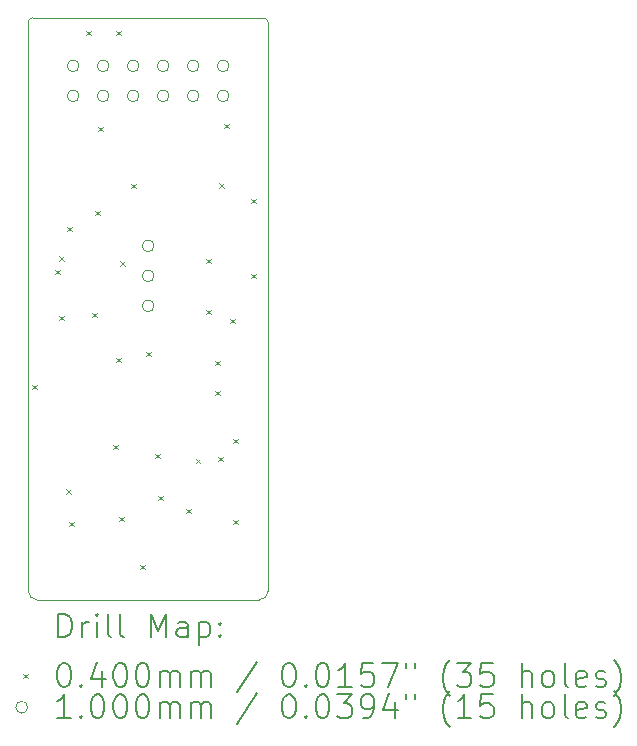
<source format=gbr>
%TF.GenerationSoftware,KiCad,Pcbnew,7.0.9-7.0.9~ubuntu20.04.1*%
%TF.CreationDate,2023-11-16T21:13:08+01:00*%
%TF.ProjectId,kicad-pmod_i2s2,6b696361-642d-4706-9d6f-645f69327332,1.0*%
%TF.SameCoordinates,Original*%
%TF.FileFunction,Drillmap*%
%TF.FilePolarity,Positive*%
%FSLAX45Y45*%
G04 Gerber Fmt 4.5, Leading zero omitted, Abs format (unit mm)*
G04 Created by KiCad (PCBNEW 7.0.9-7.0.9~ubuntu20.04.1) date 2023-11-16 21:13:08*
%MOMM*%
%LPD*%
G01*
G04 APERTURE LIST*
%ADD10C,0.100000*%
%ADD11C,0.200000*%
G04 APERTURE END LIST*
D10*
X13004800Y-8585200D02*
G75*
G03*
X13081000Y-8509000I0J76200D01*
G01*
X11049000Y-8509000D02*
G75*
G03*
X11125200Y-8585200I76200J0D01*
G01*
X11125200Y-8585200D02*
X13004800Y-8585200D01*
X11049000Y-3695700D02*
X11049000Y-8509000D01*
X13042900Y-3657600D02*
X11087100Y-3657600D01*
X13081000Y-8509000D02*
X13081000Y-3695700D01*
X11087100Y-3657600D02*
G75*
G03*
X11049000Y-3695700I0J-38100D01*
G01*
X13081000Y-3695700D02*
G75*
G03*
X13042900Y-3657600I-38100J0D01*
G01*
D11*
D10*
X11079800Y-6761800D02*
X11119800Y-6801800D01*
X11119800Y-6761800D02*
X11079800Y-6801800D01*
X11276660Y-5789680D02*
X11316660Y-5829680D01*
X11316660Y-5789680D02*
X11276660Y-5829680D01*
X11308400Y-6177600D02*
X11348400Y-6217600D01*
X11348400Y-6177600D02*
X11308400Y-6217600D01*
X11312160Y-5672020D02*
X11352160Y-5712020D01*
X11352160Y-5672020D02*
X11312160Y-5712020D01*
X11369530Y-7646390D02*
X11409530Y-7686390D01*
X11409530Y-7646390D02*
X11369530Y-7686390D01*
X11376230Y-5426140D02*
X11416230Y-5466140D01*
X11416230Y-5426140D02*
X11376230Y-5466140D01*
X11397170Y-7923800D02*
X11437170Y-7963800D01*
X11437170Y-7923800D02*
X11397170Y-7963800D01*
X11537000Y-3764600D02*
X11577000Y-3804600D01*
X11577000Y-3764600D02*
X11537000Y-3804600D01*
X11587800Y-6152200D02*
X11627800Y-6192200D01*
X11627800Y-6152200D02*
X11587800Y-6192200D01*
X11613200Y-5288600D02*
X11653200Y-5328600D01*
X11653200Y-5288600D02*
X11613200Y-5328600D01*
X11638600Y-4577400D02*
X11678600Y-4617400D01*
X11678600Y-4577400D02*
X11638600Y-4617400D01*
X11765600Y-7269800D02*
X11805600Y-7309800D01*
X11805600Y-7269800D02*
X11765600Y-7309800D01*
X11791000Y-3764600D02*
X11831000Y-3804600D01*
X11831000Y-3764600D02*
X11791000Y-3804600D01*
X11791000Y-6533200D02*
X11831000Y-6573200D01*
X11831000Y-6533200D02*
X11791000Y-6573200D01*
X11816400Y-7879400D02*
X11856400Y-7919400D01*
X11856400Y-7879400D02*
X11816400Y-7919400D01*
X11826020Y-5715870D02*
X11866020Y-5755870D01*
X11866020Y-5715870D02*
X11826020Y-5755870D01*
X11918000Y-5060000D02*
X11958000Y-5100000D01*
X11958000Y-5060000D02*
X11918000Y-5100000D01*
X11994200Y-8285800D02*
X12034200Y-8325800D01*
X12034200Y-8285800D02*
X11994200Y-8325800D01*
X12045000Y-6482400D02*
X12085000Y-6522400D01*
X12085000Y-6482400D02*
X12045000Y-6522400D01*
X12121200Y-7346000D02*
X12161200Y-7386000D01*
X12161200Y-7346000D02*
X12121200Y-7386000D01*
X12146600Y-7701600D02*
X12186600Y-7741600D01*
X12186600Y-7701600D02*
X12146600Y-7741600D01*
X12385530Y-7813400D02*
X12425530Y-7853400D01*
X12425530Y-7813400D02*
X12385530Y-7853400D01*
X12465900Y-7388890D02*
X12505900Y-7428890D01*
X12505900Y-7388890D02*
X12465900Y-7428890D01*
X12553000Y-5695000D02*
X12593000Y-5735000D01*
X12593000Y-5695000D02*
X12553000Y-5735000D01*
X12553000Y-6126800D02*
X12593000Y-6166800D01*
X12593000Y-6126800D02*
X12553000Y-6166800D01*
X12629200Y-6558600D02*
X12669200Y-6598600D01*
X12669200Y-6558600D02*
X12629200Y-6598600D01*
X12629200Y-6812600D02*
X12669200Y-6852600D01*
X12669200Y-6812600D02*
X12629200Y-6852600D01*
X12654600Y-7371400D02*
X12694600Y-7411400D01*
X12694600Y-7371400D02*
X12654600Y-7411400D01*
X12667630Y-5058500D02*
X12707630Y-5098500D01*
X12707630Y-5058500D02*
X12667630Y-5098500D01*
X12705400Y-4552000D02*
X12745400Y-4592000D01*
X12745400Y-4552000D02*
X12705400Y-4592000D01*
X12756200Y-6203000D02*
X12796200Y-6243000D01*
X12796200Y-6203000D02*
X12756200Y-6243000D01*
X12781600Y-7219000D02*
X12821600Y-7259000D01*
X12821600Y-7219000D02*
X12781600Y-7259000D01*
X12781600Y-7904800D02*
X12821600Y-7944800D01*
X12821600Y-7904800D02*
X12781600Y-7944800D01*
X12934000Y-5187000D02*
X12974000Y-5227000D01*
X12974000Y-5187000D02*
X12934000Y-5227000D01*
X12934000Y-5822000D02*
X12974000Y-5862000D01*
X12974000Y-5822000D02*
X12934000Y-5862000D01*
X11480000Y-4064000D02*
G75*
G03*
X11480000Y-4064000I-50000J0D01*
G01*
X11480000Y-4318000D02*
G75*
G03*
X11480000Y-4318000I-50000J0D01*
G01*
X11734000Y-4064000D02*
G75*
G03*
X11734000Y-4064000I-50000J0D01*
G01*
X11734000Y-4318000D02*
G75*
G03*
X11734000Y-4318000I-50000J0D01*
G01*
X11988000Y-4064000D02*
G75*
G03*
X11988000Y-4064000I-50000J0D01*
G01*
X11988000Y-4318000D02*
G75*
G03*
X11988000Y-4318000I-50000J0D01*
G01*
X12115000Y-5588000D02*
G75*
G03*
X12115000Y-5588000I-50000J0D01*
G01*
X12115000Y-5842000D02*
G75*
G03*
X12115000Y-5842000I-50000J0D01*
G01*
X12115000Y-6096000D02*
G75*
G03*
X12115000Y-6096000I-50000J0D01*
G01*
X12242000Y-4064000D02*
G75*
G03*
X12242000Y-4064000I-50000J0D01*
G01*
X12242000Y-4318000D02*
G75*
G03*
X12242000Y-4318000I-50000J0D01*
G01*
X12496000Y-4064000D02*
G75*
G03*
X12496000Y-4064000I-50000J0D01*
G01*
X12496000Y-4318000D02*
G75*
G03*
X12496000Y-4318000I-50000J0D01*
G01*
X12750000Y-4064000D02*
G75*
G03*
X12750000Y-4064000I-50000J0D01*
G01*
X12750000Y-4318000D02*
G75*
G03*
X12750000Y-4318000I-50000J0D01*
G01*
D11*
X11304777Y-8901684D02*
X11304777Y-8701684D01*
X11304777Y-8701684D02*
X11352396Y-8701684D01*
X11352396Y-8701684D02*
X11380967Y-8711208D01*
X11380967Y-8711208D02*
X11400015Y-8730255D01*
X11400015Y-8730255D02*
X11409539Y-8749303D01*
X11409539Y-8749303D02*
X11419062Y-8787398D01*
X11419062Y-8787398D02*
X11419062Y-8815970D01*
X11419062Y-8815970D02*
X11409539Y-8854065D01*
X11409539Y-8854065D02*
X11400015Y-8873112D01*
X11400015Y-8873112D02*
X11380967Y-8892160D01*
X11380967Y-8892160D02*
X11352396Y-8901684D01*
X11352396Y-8901684D02*
X11304777Y-8901684D01*
X11504777Y-8901684D02*
X11504777Y-8768350D01*
X11504777Y-8806446D02*
X11514301Y-8787398D01*
X11514301Y-8787398D02*
X11523824Y-8777874D01*
X11523824Y-8777874D02*
X11542872Y-8768350D01*
X11542872Y-8768350D02*
X11561920Y-8768350D01*
X11628586Y-8901684D02*
X11628586Y-8768350D01*
X11628586Y-8701684D02*
X11619062Y-8711208D01*
X11619062Y-8711208D02*
X11628586Y-8720731D01*
X11628586Y-8720731D02*
X11638110Y-8711208D01*
X11638110Y-8711208D02*
X11628586Y-8701684D01*
X11628586Y-8701684D02*
X11628586Y-8720731D01*
X11752396Y-8901684D02*
X11733348Y-8892160D01*
X11733348Y-8892160D02*
X11723824Y-8873112D01*
X11723824Y-8873112D02*
X11723824Y-8701684D01*
X11857158Y-8901684D02*
X11838110Y-8892160D01*
X11838110Y-8892160D02*
X11828586Y-8873112D01*
X11828586Y-8873112D02*
X11828586Y-8701684D01*
X12085729Y-8901684D02*
X12085729Y-8701684D01*
X12085729Y-8701684D02*
X12152396Y-8844541D01*
X12152396Y-8844541D02*
X12219062Y-8701684D01*
X12219062Y-8701684D02*
X12219062Y-8901684D01*
X12400015Y-8901684D02*
X12400015Y-8796922D01*
X12400015Y-8796922D02*
X12390491Y-8777874D01*
X12390491Y-8777874D02*
X12371443Y-8768350D01*
X12371443Y-8768350D02*
X12333348Y-8768350D01*
X12333348Y-8768350D02*
X12314301Y-8777874D01*
X12400015Y-8892160D02*
X12380967Y-8901684D01*
X12380967Y-8901684D02*
X12333348Y-8901684D01*
X12333348Y-8901684D02*
X12314301Y-8892160D01*
X12314301Y-8892160D02*
X12304777Y-8873112D01*
X12304777Y-8873112D02*
X12304777Y-8854065D01*
X12304777Y-8854065D02*
X12314301Y-8835017D01*
X12314301Y-8835017D02*
X12333348Y-8825493D01*
X12333348Y-8825493D02*
X12380967Y-8825493D01*
X12380967Y-8825493D02*
X12400015Y-8815970D01*
X12495253Y-8768350D02*
X12495253Y-8968350D01*
X12495253Y-8777874D02*
X12514301Y-8768350D01*
X12514301Y-8768350D02*
X12552396Y-8768350D01*
X12552396Y-8768350D02*
X12571443Y-8777874D01*
X12571443Y-8777874D02*
X12580967Y-8787398D01*
X12580967Y-8787398D02*
X12590491Y-8806446D01*
X12590491Y-8806446D02*
X12590491Y-8863589D01*
X12590491Y-8863589D02*
X12580967Y-8882636D01*
X12580967Y-8882636D02*
X12571443Y-8892160D01*
X12571443Y-8892160D02*
X12552396Y-8901684D01*
X12552396Y-8901684D02*
X12514301Y-8901684D01*
X12514301Y-8901684D02*
X12495253Y-8892160D01*
X12676205Y-8882636D02*
X12685729Y-8892160D01*
X12685729Y-8892160D02*
X12676205Y-8901684D01*
X12676205Y-8901684D02*
X12666682Y-8892160D01*
X12666682Y-8892160D02*
X12676205Y-8882636D01*
X12676205Y-8882636D02*
X12676205Y-8901684D01*
X12676205Y-8777874D02*
X12685729Y-8787398D01*
X12685729Y-8787398D02*
X12676205Y-8796922D01*
X12676205Y-8796922D02*
X12666682Y-8787398D01*
X12666682Y-8787398D02*
X12676205Y-8777874D01*
X12676205Y-8777874D02*
X12676205Y-8796922D01*
D10*
X11004000Y-9210200D02*
X11044000Y-9250200D01*
X11044000Y-9210200D02*
X11004000Y-9250200D01*
D11*
X11342872Y-9121684D02*
X11361920Y-9121684D01*
X11361920Y-9121684D02*
X11380967Y-9131208D01*
X11380967Y-9131208D02*
X11390491Y-9140731D01*
X11390491Y-9140731D02*
X11400015Y-9159779D01*
X11400015Y-9159779D02*
X11409539Y-9197874D01*
X11409539Y-9197874D02*
X11409539Y-9245493D01*
X11409539Y-9245493D02*
X11400015Y-9283589D01*
X11400015Y-9283589D02*
X11390491Y-9302636D01*
X11390491Y-9302636D02*
X11380967Y-9312160D01*
X11380967Y-9312160D02*
X11361920Y-9321684D01*
X11361920Y-9321684D02*
X11342872Y-9321684D01*
X11342872Y-9321684D02*
X11323824Y-9312160D01*
X11323824Y-9312160D02*
X11314301Y-9302636D01*
X11314301Y-9302636D02*
X11304777Y-9283589D01*
X11304777Y-9283589D02*
X11295253Y-9245493D01*
X11295253Y-9245493D02*
X11295253Y-9197874D01*
X11295253Y-9197874D02*
X11304777Y-9159779D01*
X11304777Y-9159779D02*
X11314301Y-9140731D01*
X11314301Y-9140731D02*
X11323824Y-9131208D01*
X11323824Y-9131208D02*
X11342872Y-9121684D01*
X11495253Y-9302636D02*
X11504777Y-9312160D01*
X11504777Y-9312160D02*
X11495253Y-9321684D01*
X11495253Y-9321684D02*
X11485729Y-9312160D01*
X11485729Y-9312160D02*
X11495253Y-9302636D01*
X11495253Y-9302636D02*
X11495253Y-9321684D01*
X11676205Y-9188350D02*
X11676205Y-9321684D01*
X11628586Y-9112160D02*
X11580967Y-9255017D01*
X11580967Y-9255017D02*
X11704777Y-9255017D01*
X11819062Y-9121684D02*
X11838110Y-9121684D01*
X11838110Y-9121684D02*
X11857158Y-9131208D01*
X11857158Y-9131208D02*
X11866682Y-9140731D01*
X11866682Y-9140731D02*
X11876205Y-9159779D01*
X11876205Y-9159779D02*
X11885729Y-9197874D01*
X11885729Y-9197874D02*
X11885729Y-9245493D01*
X11885729Y-9245493D02*
X11876205Y-9283589D01*
X11876205Y-9283589D02*
X11866682Y-9302636D01*
X11866682Y-9302636D02*
X11857158Y-9312160D01*
X11857158Y-9312160D02*
X11838110Y-9321684D01*
X11838110Y-9321684D02*
X11819062Y-9321684D01*
X11819062Y-9321684D02*
X11800015Y-9312160D01*
X11800015Y-9312160D02*
X11790491Y-9302636D01*
X11790491Y-9302636D02*
X11780967Y-9283589D01*
X11780967Y-9283589D02*
X11771443Y-9245493D01*
X11771443Y-9245493D02*
X11771443Y-9197874D01*
X11771443Y-9197874D02*
X11780967Y-9159779D01*
X11780967Y-9159779D02*
X11790491Y-9140731D01*
X11790491Y-9140731D02*
X11800015Y-9131208D01*
X11800015Y-9131208D02*
X11819062Y-9121684D01*
X12009539Y-9121684D02*
X12028586Y-9121684D01*
X12028586Y-9121684D02*
X12047634Y-9131208D01*
X12047634Y-9131208D02*
X12057158Y-9140731D01*
X12057158Y-9140731D02*
X12066682Y-9159779D01*
X12066682Y-9159779D02*
X12076205Y-9197874D01*
X12076205Y-9197874D02*
X12076205Y-9245493D01*
X12076205Y-9245493D02*
X12066682Y-9283589D01*
X12066682Y-9283589D02*
X12057158Y-9302636D01*
X12057158Y-9302636D02*
X12047634Y-9312160D01*
X12047634Y-9312160D02*
X12028586Y-9321684D01*
X12028586Y-9321684D02*
X12009539Y-9321684D01*
X12009539Y-9321684D02*
X11990491Y-9312160D01*
X11990491Y-9312160D02*
X11980967Y-9302636D01*
X11980967Y-9302636D02*
X11971443Y-9283589D01*
X11971443Y-9283589D02*
X11961920Y-9245493D01*
X11961920Y-9245493D02*
X11961920Y-9197874D01*
X11961920Y-9197874D02*
X11971443Y-9159779D01*
X11971443Y-9159779D02*
X11980967Y-9140731D01*
X11980967Y-9140731D02*
X11990491Y-9131208D01*
X11990491Y-9131208D02*
X12009539Y-9121684D01*
X12161920Y-9321684D02*
X12161920Y-9188350D01*
X12161920Y-9207398D02*
X12171443Y-9197874D01*
X12171443Y-9197874D02*
X12190491Y-9188350D01*
X12190491Y-9188350D02*
X12219063Y-9188350D01*
X12219063Y-9188350D02*
X12238110Y-9197874D01*
X12238110Y-9197874D02*
X12247634Y-9216922D01*
X12247634Y-9216922D02*
X12247634Y-9321684D01*
X12247634Y-9216922D02*
X12257158Y-9197874D01*
X12257158Y-9197874D02*
X12276205Y-9188350D01*
X12276205Y-9188350D02*
X12304777Y-9188350D01*
X12304777Y-9188350D02*
X12323824Y-9197874D01*
X12323824Y-9197874D02*
X12333348Y-9216922D01*
X12333348Y-9216922D02*
X12333348Y-9321684D01*
X12428586Y-9321684D02*
X12428586Y-9188350D01*
X12428586Y-9207398D02*
X12438110Y-9197874D01*
X12438110Y-9197874D02*
X12457158Y-9188350D01*
X12457158Y-9188350D02*
X12485729Y-9188350D01*
X12485729Y-9188350D02*
X12504777Y-9197874D01*
X12504777Y-9197874D02*
X12514301Y-9216922D01*
X12514301Y-9216922D02*
X12514301Y-9321684D01*
X12514301Y-9216922D02*
X12523824Y-9197874D01*
X12523824Y-9197874D02*
X12542872Y-9188350D01*
X12542872Y-9188350D02*
X12571443Y-9188350D01*
X12571443Y-9188350D02*
X12590491Y-9197874D01*
X12590491Y-9197874D02*
X12600015Y-9216922D01*
X12600015Y-9216922D02*
X12600015Y-9321684D01*
X12990491Y-9112160D02*
X12819063Y-9369303D01*
X13247634Y-9121684D02*
X13266682Y-9121684D01*
X13266682Y-9121684D02*
X13285729Y-9131208D01*
X13285729Y-9131208D02*
X13295253Y-9140731D01*
X13295253Y-9140731D02*
X13304777Y-9159779D01*
X13304777Y-9159779D02*
X13314301Y-9197874D01*
X13314301Y-9197874D02*
X13314301Y-9245493D01*
X13314301Y-9245493D02*
X13304777Y-9283589D01*
X13304777Y-9283589D02*
X13295253Y-9302636D01*
X13295253Y-9302636D02*
X13285729Y-9312160D01*
X13285729Y-9312160D02*
X13266682Y-9321684D01*
X13266682Y-9321684D02*
X13247634Y-9321684D01*
X13247634Y-9321684D02*
X13228586Y-9312160D01*
X13228586Y-9312160D02*
X13219063Y-9302636D01*
X13219063Y-9302636D02*
X13209539Y-9283589D01*
X13209539Y-9283589D02*
X13200015Y-9245493D01*
X13200015Y-9245493D02*
X13200015Y-9197874D01*
X13200015Y-9197874D02*
X13209539Y-9159779D01*
X13209539Y-9159779D02*
X13219063Y-9140731D01*
X13219063Y-9140731D02*
X13228586Y-9131208D01*
X13228586Y-9131208D02*
X13247634Y-9121684D01*
X13400015Y-9302636D02*
X13409539Y-9312160D01*
X13409539Y-9312160D02*
X13400015Y-9321684D01*
X13400015Y-9321684D02*
X13390491Y-9312160D01*
X13390491Y-9312160D02*
X13400015Y-9302636D01*
X13400015Y-9302636D02*
X13400015Y-9321684D01*
X13533348Y-9121684D02*
X13552396Y-9121684D01*
X13552396Y-9121684D02*
X13571444Y-9131208D01*
X13571444Y-9131208D02*
X13580967Y-9140731D01*
X13580967Y-9140731D02*
X13590491Y-9159779D01*
X13590491Y-9159779D02*
X13600015Y-9197874D01*
X13600015Y-9197874D02*
X13600015Y-9245493D01*
X13600015Y-9245493D02*
X13590491Y-9283589D01*
X13590491Y-9283589D02*
X13580967Y-9302636D01*
X13580967Y-9302636D02*
X13571444Y-9312160D01*
X13571444Y-9312160D02*
X13552396Y-9321684D01*
X13552396Y-9321684D02*
X13533348Y-9321684D01*
X13533348Y-9321684D02*
X13514301Y-9312160D01*
X13514301Y-9312160D02*
X13504777Y-9302636D01*
X13504777Y-9302636D02*
X13495253Y-9283589D01*
X13495253Y-9283589D02*
X13485729Y-9245493D01*
X13485729Y-9245493D02*
X13485729Y-9197874D01*
X13485729Y-9197874D02*
X13495253Y-9159779D01*
X13495253Y-9159779D02*
X13504777Y-9140731D01*
X13504777Y-9140731D02*
X13514301Y-9131208D01*
X13514301Y-9131208D02*
X13533348Y-9121684D01*
X13790491Y-9321684D02*
X13676206Y-9321684D01*
X13733348Y-9321684D02*
X13733348Y-9121684D01*
X13733348Y-9121684D02*
X13714301Y-9150255D01*
X13714301Y-9150255D02*
X13695253Y-9169303D01*
X13695253Y-9169303D02*
X13676206Y-9178827D01*
X13971444Y-9121684D02*
X13876206Y-9121684D01*
X13876206Y-9121684D02*
X13866682Y-9216922D01*
X13866682Y-9216922D02*
X13876206Y-9207398D01*
X13876206Y-9207398D02*
X13895253Y-9197874D01*
X13895253Y-9197874D02*
X13942872Y-9197874D01*
X13942872Y-9197874D02*
X13961920Y-9207398D01*
X13961920Y-9207398D02*
X13971444Y-9216922D01*
X13971444Y-9216922D02*
X13980967Y-9235970D01*
X13980967Y-9235970D02*
X13980967Y-9283589D01*
X13980967Y-9283589D02*
X13971444Y-9302636D01*
X13971444Y-9302636D02*
X13961920Y-9312160D01*
X13961920Y-9312160D02*
X13942872Y-9321684D01*
X13942872Y-9321684D02*
X13895253Y-9321684D01*
X13895253Y-9321684D02*
X13876206Y-9312160D01*
X13876206Y-9312160D02*
X13866682Y-9302636D01*
X14047634Y-9121684D02*
X14180967Y-9121684D01*
X14180967Y-9121684D02*
X14095253Y-9321684D01*
X14247634Y-9121684D02*
X14247634Y-9159779D01*
X14323825Y-9121684D02*
X14323825Y-9159779D01*
X14619063Y-9397874D02*
X14609539Y-9388350D01*
X14609539Y-9388350D02*
X14590491Y-9359779D01*
X14590491Y-9359779D02*
X14580968Y-9340731D01*
X14580968Y-9340731D02*
X14571444Y-9312160D01*
X14571444Y-9312160D02*
X14561920Y-9264541D01*
X14561920Y-9264541D02*
X14561920Y-9226446D01*
X14561920Y-9226446D02*
X14571444Y-9178827D01*
X14571444Y-9178827D02*
X14580968Y-9150255D01*
X14580968Y-9150255D02*
X14590491Y-9131208D01*
X14590491Y-9131208D02*
X14609539Y-9102636D01*
X14609539Y-9102636D02*
X14619063Y-9093112D01*
X14676206Y-9121684D02*
X14800015Y-9121684D01*
X14800015Y-9121684D02*
X14733348Y-9197874D01*
X14733348Y-9197874D02*
X14761920Y-9197874D01*
X14761920Y-9197874D02*
X14780968Y-9207398D01*
X14780968Y-9207398D02*
X14790491Y-9216922D01*
X14790491Y-9216922D02*
X14800015Y-9235970D01*
X14800015Y-9235970D02*
X14800015Y-9283589D01*
X14800015Y-9283589D02*
X14790491Y-9302636D01*
X14790491Y-9302636D02*
X14780968Y-9312160D01*
X14780968Y-9312160D02*
X14761920Y-9321684D01*
X14761920Y-9321684D02*
X14704777Y-9321684D01*
X14704777Y-9321684D02*
X14685729Y-9312160D01*
X14685729Y-9312160D02*
X14676206Y-9302636D01*
X14980968Y-9121684D02*
X14885729Y-9121684D01*
X14885729Y-9121684D02*
X14876206Y-9216922D01*
X14876206Y-9216922D02*
X14885729Y-9207398D01*
X14885729Y-9207398D02*
X14904777Y-9197874D01*
X14904777Y-9197874D02*
X14952396Y-9197874D01*
X14952396Y-9197874D02*
X14971444Y-9207398D01*
X14971444Y-9207398D02*
X14980968Y-9216922D01*
X14980968Y-9216922D02*
X14990491Y-9235970D01*
X14990491Y-9235970D02*
X14990491Y-9283589D01*
X14990491Y-9283589D02*
X14980968Y-9302636D01*
X14980968Y-9302636D02*
X14971444Y-9312160D01*
X14971444Y-9312160D02*
X14952396Y-9321684D01*
X14952396Y-9321684D02*
X14904777Y-9321684D01*
X14904777Y-9321684D02*
X14885729Y-9312160D01*
X14885729Y-9312160D02*
X14876206Y-9302636D01*
X15228587Y-9321684D02*
X15228587Y-9121684D01*
X15314301Y-9321684D02*
X15314301Y-9216922D01*
X15314301Y-9216922D02*
X15304777Y-9197874D01*
X15304777Y-9197874D02*
X15285730Y-9188350D01*
X15285730Y-9188350D02*
X15257158Y-9188350D01*
X15257158Y-9188350D02*
X15238110Y-9197874D01*
X15238110Y-9197874D02*
X15228587Y-9207398D01*
X15438110Y-9321684D02*
X15419063Y-9312160D01*
X15419063Y-9312160D02*
X15409539Y-9302636D01*
X15409539Y-9302636D02*
X15400015Y-9283589D01*
X15400015Y-9283589D02*
X15400015Y-9226446D01*
X15400015Y-9226446D02*
X15409539Y-9207398D01*
X15409539Y-9207398D02*
X15419063Y-9197874D01*
X15419063Y-9197874D02*
X15438110Y-9188350D01*
X15438110Y-9188350D02*
X15466682Y-9188350D01*
X15466682Y-9188350D02*
X15485730Y-9197874D01*
X15485730Y-9197874D02*
X15495253Y-9207398D01*
X15495253Y-9207398D02*
X15504777Y-9226446D01*
X15504777Y-9226446D02*
X15504777Y-9283589D01*
X15504777Y-9283589D02*
X15495253Y-9302636D01*
X15495253Y-9302636D02*
X15485730Y-9312160D01*
X15485730Y-9312160D02*
X15466682Y-9321684D01*
X15466682Y-9321684D02*
X15438110Y-9321684D01*
X15619063Y-9321684D02*
X15600015Y-9312160D01*
X15600015Y-9312160D02*
X15590491Y-9293112D01*
X15590491Y-9293112D02*
X15590491Y-9121684D01*
X15771444Y-9312160D02*
X15752396Y-9321684D01*
X15752396Y-9321684D02*
X15714301Y-9321684D01*
X15714301Y-9321684D02*
X15695253Y-9312160D01*
X15695253Y-9312160D02*
X15685730Y-9293112D01*
X15685730Y-9293112D02*
X15685730Y-9216922D01*
X15685730Y-9216922D02*
X15695253Y-9197874D01*
X15695253Y-9197874D02*
X15714301Y-9188350D01*
X15714301Y-9188350D02*
X15752396Y-9188350D01*
X15752396Y-9188350D02*
X15771444Y-9197874D01*
X15771444Y-9197874D02*
X15780968Y-9216922D01*
X15780968Y-9216922D02*
X15780968Y-9235970D01*
X15780968Y-9235970D02*
X15685730Y-9255017D01*
X15857158Y-9312160D02*
X15876206Y-9321684D01*
X15876206Y-9321684D02*
X15914301Y-9321684D01*
X15914301Y-9321684D02*
X15933349Y-9312160D01*
X15933349Y-9312160D02*
X15942872Y-9293112D01*
X15942872Y-9293112D02*
X15942872Y-9283589D01*
X15942872Y-9283589D02*
X15933349Y-9264541D01*
X15933349Y-9264541D02*
X15914301Y-9255017D01*
X15914301Y-9255017D02*
X15885730Y-9255017D01*
X15885730Y-9255017D02*
X15866682Y-9245493D01*
X15866682Y-9245493D02*
X15857158Y-9226446D01*
X15857158Y-9226446D02*
X15857158Y-9216922D01*
X15857158Y-9216922D02*
X15866682Y-9197874D01*
X15866682Y-9197874D02*
X15885730Y-9188350D01*
X15885730Y-9188350D02*
X15914301Y-9188350D01*
X15914301Y-9188350D02*
X15933349Y-9197874D01*
X16009539Y-9397874D02*
X16019063Y-9388350D01*
X16019063Y-9388350D02*
X16038111Y-9359779D01*
X16038111Y-9359779D02*
X16047634Y-9340731D01*
X16047634Y-9340731D02*
X16057158Y-9312160D01*
X16057158Y-9312160D02*
X16066682Y-9264541D01*
X16066682Y-9264541D02*
X16066682Y-9226446D01*
X16066682Y-9226446D02*
X16057158Y-9178827D01*
X16057158Y-9178827D02*
X16047634Y-9150255D01*
X16047634Y-9150255D02*
X16038111Y-9131208D01*
X16038111Y-9131208D02*
X16019063Y-9102636D01*
X16019063Y-9102636D02*
X16009539Y-9093112D01*
D10*
X11044000Y-9494200D02*
G75*
G03*
X11044000Y-9494200I-50000J0D01*
G01*
D11*
X11409539Y-9585684D02*
X11295253Y-9585684D01*
X11352396Y-9585684D02*
X11352396Y-9385684D01*
X11352396Y-9385684D02*
X11333348Y-9414255D01*
X11333348Y-9414255D02*
X11314301Y-9433303D01*
X11314301Y-9433303D02*
X11295253Y-9442827D01*
X11495253Y-9566636D02*
X11504777Y-9576160D01*
X11504777Y-9576160D02*
X11495253Y-9585684D01*
X11495253Y-9585684D02*
X11485729Y-9576160D01*
X11485729Y-9576160D02*
X11495253Y-9566636D01*
X11495253Y-9566636D02*
X11495253Y-9585684D01*
X11628586Y-9385684D02*
X11647634Y-9385684D01*
X11647634Y-9385684D02*
X11666682Y-9395208D01*
X11666682Y-9395208D02*
X11676205Y-9404731D01*
X11676205Y-9404731D02*
X11685729Y-9423779D01*
X11685729Y-9423779D02*
X11695253Y-9461874D01*
X11695253Y-9461874D02*
X11695253Y-9509493D01*
X11695253Y-9509493D02*
X11685729Y-9547589D01*
X11685729Y-9547589D02*
X11676205Y-9566636D01*
X11676205Y-9566636D02*
X11666682Y-9576160D01*
X11666682Y-9576160D02*
X11647634Y-9585684D01*
X11647634Y-9585684D02*
X11628586Y-9585684D01*
X11628586Y-9585684D02*
X11609539Y-9576160D01*
X11609539Y-9576160D02*
X11600015Y-9566636D01*
X11600015Y-9566636D02*
X11590491Y-9547589D01*
X11590491Y-9547589D02*
X11580967Y-9509493D01*
X11580967Y-9509493D02*
X11580967Y-9461874D01*
X11580967Y-9461874D02*
X11590491Y-9423779D01*
X11590491Y-9423779D02*
X11600015Y-9404731D01*
X11600015Y-9404731D02*
X11609539Y-9395208D01*
X11609539Y-9395208D02*
X11628586Y-9385684D01*
X11819062Y-9385684D02*
X11838110Y-9385684D01*
X11838110Y-9385684D02*
X11857158Y-9395208D01*
X11857158Y-9395208D02*
X11866682Y-9404731D01*
X11866682Y-9404731D02*
X11876205Y-9423779D01*
X11876205Y-9423779D02*
X11885729Y-9461874D01*
X11885729Y-9461874D02*
X11885729Y-9509493D01*
X11885729Y-9509493D02*
X11876205Y-9547589D01*
X11876205Y-9547589D02*
X11866682Y-9566636D01*
X11866682Y-9566636D02*
X11857158Y-9576160D01*
X11857158Y-9576160D02*
X11838110Y-9585684D01*
X11838110Y-9585684D02*
X11819062Y-9585684D01*
X11819062Y-9585684D02*
X11800015Y-9576160D01*
X11800015Y-9576160D02*
X11790491Y-9566636D01*
X11790491Y-9566636D02*
X11780967Y-9547589D01*
X11780967Y-9547589D02*
X11771443Y-9509493D01*
X11771443Y-9509493D02*
X11771443Y-9461874D01*
X11771443Y-9461874D02*
X11780967Y-9423779D01*
X11780967Y-9423779D02*
X11790491Y-9404731D01*
X11790491Y-9404731D02*
X11800015Y-9395208D01*
X11800015Y-9395208D02*
X11819062Y-9385684D01*
X12009539Y-9385684D02*
X12028586Y-9385684D01*
X12028586Y-9385684D02*
X12047634Y-9395208D01*
X12047634Y-9395208D02*
X12057158Y-9404731D01*
X12057158Y-9404731D02*
X12066682Y-9423779D01*
X12066682Y-9423779D02*
X12076205Y-9461874D01*
X12076205Y-9461874D02*
X12076205Y-9509493D01*
X12076205Y-9509493D02*
X12066682Y-9547589D01*
X12066682Y-9547589D02*
X12057158Y-9566636D01*
X12057158Y-9566636D02*
X12047634Y-9576160D01*
X12047634Y-9576160D02*
X12028586Y-9585684D01*
X12028586Y-9585684D02*
X12009539Y-9585684D01*
X12009539Y-9585684D02*
X11990491Y-9576160D01*
X11990491Y-9576160D02*
X11980967Y-9566636D01*
X11980967Y-9566636D02*
X11971443Y-9547589D01*
X11971443Y-9547589D02*
X11961920Y-9509493D01*
X11961920Y-9509493D02*
X11961920Y-9461874D01*
X11961920Y-9461874D02*
X11971443Y-9423779D01*
X11971443Y-9423779D02*
X11980967Y-9404731D01*
X11980967Y-9404731D02*
X11990491Y-9395208D01*
X11990491Y-9395208D02*
X12009539Y-9385684D01*
X12161920Y-9585684D02*
X12161920Y-9452350D01*
X12161920Y-9471398D02*
X12171443Y-9461874D01*
X12171443Y-9461874D02*
X12190491Y-9452350D01*
X12190491Y-9452350D02*
X12219063Y-9452350D01*
X12219063Y-9452350D02*
X12238110Y-9461874D01*
X12238110Y-9461874D02*
X12247634Y-9480922D01*
X12247634Y-9480922D02*
X12247634Y-9585684D01*
X12247634Y-9480922D02*
X12257158Y-9461874D01*
X12257158Y-9461874D02*
X12276205Y-9452350D01*
X12276205Y-9452350D02*
X12304777Y-9452350D01*
X12304777Y-9452350D02*
X12323824Y-9461874D01*
X12323824Y-9461874D02*
X12333348Y-9480922D01*
X12333348Y-9480922D02*
X12333348Y-9585684D01*
X12428586Y-9585684D02*
X12428586Y-9452350D01*
X12428586Y-9471398D02*
X12438110Y-9461874D01*
X12438110Y-9461874D02*
X12457158Y-9452350D01*
X12457158Y-9452350D02*
X12485729Y-9452350D01*
X12485729Y-9452350D02*
X12504777Y-9461874D01*
X12504777Y-9461874D02*
X12514301Y-9480922D01*
X12514301Y-9480922D02*
X12514301Y-9585684D01*
X12514301Y-9480922D02*
X12523824Y-9461874D01*
X12523824Y-9461874D02*
X12542872Y-9452350D01*
X12542872Y-9452350D02*
X12571443Y-9452350D01*
X12571443Y-9452350D02*
X12590491Y-9461874D01*
X12590491Y-9461874D02*
X12600015Y-9480922D01*
X12600015Y-9480922D02*
X12600015Y-9585684D01*
X12990491Y-9376160D02*
X12819063Y-9633303D01*
X13247634Y-9385684D02*
X13266682Y-9385684D01*
X13266682Y-9385684D02*
X13285729Y-9395208D01*
X13285729Y-9395208D02*
X13295253Y-9404731D01*
X13295253Y-9404731D02*
X13304777Y-9423779D01*
X13304777Y-9423779D02*
X13314301Y-9461874D01*
X13314301Y-9461874D02*
X13314301Y-9509493D01*
X13314301Y-9509493D02*
X13304777Y-9547589D01*
X13304777Y-9547589D02*
X13295253Y-9566636D01*
X13295253Y-9566636D02*
X13285729Y-9576160D01*
X13285729Y-9576160D02*
X13266682Y-9585684D01*
X13266682Y-9585684D02*
X13247634Y-9585684D01*
X13247634Y-9585684D02*
X13228586Y-9576160D01*
X13228586Y-9576160D02*
X13219063Y-9566636D01*
X13219063Y-9566636D02*
X13209539Y-9547589D01*
X13209539Y-9547589D02*
X13200015Y-9509493D01*
X13200015Y-9509493D02*
X13200015Y-9461874D01*
X13200015Y-9461874D02*
X13209539Y-9423779D01*
X13209539Y-9423779D02*
X13219063Y-9404731D01*
X13219063Y-9404731D02*
X13228586Y-9395208D01*
X13228586Y-9395208D02*
X13247634Y-9385684D01*
X13400015Y-9566636D02*
X13409539Y-9576160D01*
X13409539Y-9576160D02*
X13400015Y-9585684D01*
X13400015Y-9585684D02*
X13390491Y-9576160D01*
X13390491Y-9576160D02*
X13400015Y-9566636D01*
X13400015Y-9566636D02*
X13400015Y-9585684D01*
X13533348Y-9385684D02*
X13552396Y-9385684D01*
X13552396Y-9385684D02*
X13571444Y-9395208D01*
X13571444Y-9395208D02*
X13580967Y-9404731D01*
X13580967Y-9404731D02*
X13590491Y-9423779D01*
X13590491Y-9423779D02*
X13600015Y-9461874D01*
X13600015Y-9461874D02*
X13600015Y-9509493D01*
X13600015Y-9509493D02*
X13590491Y-9547589D01*
X13590491Y-9547589D02*
X13580967Y-9566636D01*
X13580967Y-9566636D02*
X13571444Y-9576160D01*
X13571444Y-9576160D02*
X13552396Y-9585684D01*
X13552396Y-9585684D02*
X13533348Y-9585684D01*
X13533348Y-9585684D02*
X13514301Y-9576160D01*
X13514301Y-9576160D02*
X13504777Y-9566636D01*
X13504777Y-9566636D02*
X13495253Y-9547589D01*
X13495253Y-9547589D02*
X13485729Y-9509493D01*
X13485729Y-9509493D02*
X13485729Y-9461874D01*
X13485729Y-9461874D02*
X13495253Y-9423779D01*
X13495253Y-9423779D02*
X13504777Y-9404731D01*
X13504777Y-9404731D02*
X13514301Y-9395208D01*
X13514301Y-9395208D02*
X13533348Y-9385684D01*
X13666682Y-9385684D02*
X13790491Y-9385684D01*
X13790491Y-9385684D02*
X13723825Y-9461874D01*
X13723825Y-9461874D02*
X13752396Y-9461874D01*
X13752396Y-9461874D02*
X13771444Y-9471398D01*
X13771444Y-9471398D02*
X13780967Y-9480922D01*
X13780967Y-9480922D02*
X13790491Y-9499970D01*
X13790491Y-9499970D02*
X13790491Y-9547589D01*
X13790491Y-9547589D02*
X13780967Y-9566636D01*
X13780967Y-9566636D02*
X13771444Y-9576160D01*
X13771444Y-9576160D02*
X13752396Y-9585684D01*
X13752396Y-9585684D02*
X13695253Y-9585684D01*
X13695253Y-9585684D02*
X13676206Y-9576160D01*
X13676206Y-9576160D02*
X13666682Y-9566636D01*
X13885729Y-9585684D02*
X13923825Y-9585684D01*
X13923825Y-9585684D02*
X13942872Y-9576160D01*
X13942872Y-9576160D02*
X13952396Y-9566636D01*
X13952396Y-9566636D02*
X13971444Y-9538065D01*
X13971444Y-9538065D02*
X13980967Y-9499970D01*
X13980967Y-9499970D02*
X13980967Y-9423779D01*
X13980967Y-9423779D02*
X13971444Y-9404731D01*
X13971444Y-9404731D02*
X13961920Y-9395208D01*
X13961920Y-9395208D02*
X13942872Y-9385684D01*
X13942872Y-9385684D02*
X13904777Y-9385684D01*
X13904777Y-9385684D02*
X13885729Y-9395208D01*
X13885729Y-9395208D02*
X13876206Y-9404731D01*
X13876206Y-9404731D02*
X13866682Y-9423779D01*
X13866682Y-9423779D02*
X13866682Y-9471398D01*
X13866682Y-9471398D02*
X13876206Y-9490446D01*
X13876206Y-9490446D02*
X13885729Y-9499970D01*
X13885729Y-9499970D02*
X13904777Y-9509493D01*
X13904777Y-9509493D02*
X13942872Y-9509493D01*
X13942872Y-9509493D02*
X13961920Y-9499970D01*
X13961920Y-9499970D02*
X13971444Y-9490446D01*
X13971444Y-9490446D02*
X13980967Y-9471398D01*
X14152396Y-9452350D02*
X14152396Y-9585684D01*
X14104777Y-9376160D02*
X14057158Y-9519017D01*
X14057158Y-9519017D02*
X14180967Y-9519017D01*
X14247634Y-9385684D02*
X14247634Y-9423779D01*
X14323825Y-9385684D02*
X14323825Y-9423779D01*
X14619063Y-9661874D02*
X14609539Y-9652350D01*
X14609539Y-9652350D02*
X14590491Y-9623779D01*
X14590491Y-9623779D02*
X14580968Y-9604731D01*
X14580968Y-9604731D02*
X14571444Y-9576160D01*
X14571444Y-9576160D02*
X14561920Y-9528541D01*
X14561920Y-9528541D02*
X14561920Y-9490446D01*
X14561920Y-9490446D02*
X14571444Y-9442827D01*
X14571444Y-9442827D02*
X14580968Y-9414255D01*
X14580968Y-9414255D02*
X14590491Y-9395208D01*
X14590491Y-9395208D02*
X14609539Y-9366636D01*
X14609539Y-9366636D02*
X14619063Y-9357112D01*
X14800015Y-9585684D02*
X14685729Y-9585684D01*
X14742872Y-9585684D02*
X14742872Y-9385684D01*
X14742872Y-9385684D02*
X14723825Y-9414255D01*
X14723825Y-9414255D02*
X14704777Y-9433303D01*
X14704777Y-9433303D02*
X14685729Y-9442827D01*
X14980968Y-9385684D02*
X14885729Y-9385684D01*
X14885729Y-9385684D02*
X14876206Y-9480922D01*
X14876206Y-9480922D02*
X14885729Y-9471398D01*
X14885729Y-9471398D02*
X14904777Y-9461874D01*
X14904777Y-9461874D02*
X14952396Y-9461874D01*
X14952396Y-9461874D02*
X14971444Y-9471398D01*
X14971444Y-9471398D02*
X14980968Y-9480922D01*
X14980968Y-9480922D02*
X14990491Y-9499970D01*
X14990491Y-9499970D02*
X14990491Y-9547589D01*
X14990491Y-9547589D02*
X14980968Y-9566636D01*
X14980968Y-9566636D02*
X14971444Y-9576160D01*
X14971444Y-9576160D02*
X14952396Y-9585684D01*
X14952396Y-9585684D02*
X14904777Y-9585684D01*
X14904777Y-9585684D02*
X14885729Y-9576160D01*
X14885729Y-9576160D02*
X14876206Y-9566636D01*
X15228587Y-9585684D02*
X15228587Y-9385684D01*
X15314301Y-9585684D02*
X15314301Y-9480922D01*
X15314301Y-9480922D02*
X15304777Y-9461874D01*
X15304777Y-9461874D02*
X15285730Y-9452350D01*
X15285730Y-9452350D02*
X15257158Y-9452350D01*
X15257158Y-9452350D02*
X15238110Y-9461874D01*
X15238110Y-9461874D02*
X15228587Y-9471398D01*
X15438110Y-9585684D02*
X15419063Y-9576160D01*
X15419063Y-9576160D02*
X15409539Y-9566636D01*
X15409539Y-9566636D02*
X15400015Y-9547589D01*
X15400015Y-9547589D02*
X15400015Y-9490446D01*
X15400015Y-9490446D02*
X15409539Y-9471398D01*
X15409539Y-9471398D02*
X15419063Y-9461874D01*
X15419063Y-9461874D02*
X15438110Y-9452350D01*
X15438110Y-9452350D02*
X15466682Y-9452350D01*
X15466682Y-9452350D02*
X15485730Y-9461874D01*
X15485730Y-9461874D02*
X15495253Y-9471398D01*
X15495253Y-9471398D02*
X15504777Y-9490446D01*
X15504777Y-9490446D02*
X15504777Y-9547589D01*
X15504777Y-9547589D02*
X15495253Y-9566636D01*
X15495253Y-9566636D02*
X15485730Y-9576160D01*
X15485730Y-9576160D02*
X15466682Y-9585684D01*
X15466682Y-9585684D02*
X15438110Y-9585684D01*
X15619063Y-9585684D02*
X15600015Y-9576160D01*
X15600015Y-9576160D02*
X15590491Y-9557112D01*
X15590491Y-9557112D02*
X15590491Y-9385684D01*
X15771444Y-9576160D02*
X15752396Y-9585684D01*
X15752396Y-9585684D02*
X15714301Y-9585684D01*
X15714301Y-9585684D02*
X15695253Y-9576160D01*
X15695253Y-9576160D02*
X15685730Y-9557112D01*
X15685730Y-9557112D02*
X15685730Y-9480922D01*
X15685730Y-9480922D02*
X15695253Y-9461874D01*
X15695253Y-9461874D02*
X15714301Y-9452350D01*
X15714301Y-9452350D02*
X15752396Y-9452350D01*
X15752396Y-9452350D02*
X15771444Y-9461874D01*
X15771444Y-9461874D02*
X15780968Y-9480922D01*
X15780968Y-9480922D02*
X15780968Y-9499970D01*
X15780968Y-9499970D02*
X15685730Y-9519017D01*
X15857158Y-9576160D02*
X15876206Y-9585684D01*
X15876206Y-9585684D02*
X15914301Y-9585684D01*
X15914301Y-9585684D02*
X15933349Y-9576160D01*
X15933349Y-9576160D02*
X15942872Y-9557112D01*
X15942872Y-9557112D02*
X15942872Y-9547589D01*
X15942872Y-9547589D02*
X15933349Y-9528541D01*
X15933349Y-9528541D02*
X15914301Y-9519017D01*
X15914301Y-9519017D02*
X15885730Y-9519017D01*
X15885730Y-9519017D02*
X15866682Y-9509493D01*
X15866682Y-9509493D02*
X15857158Y-9490446D01*
X15857158Y-9490446D02*
X15857158Y-9480922D01*
X15857158Y-9480922D02*
X15866682Y-9461874D01*
X15866682Y-9461874D02*
X15885730Y-9452350D01*
X15885730Y-9452350D02*
X15914301Y-9452350D01*
X15914301Y-9452350D02*
X15933349Y-9461874D01*
X16009539Y-9661874D02*
X16019063Y-9652350D01*
X16019063Y-9652350D02*
X16038111Y-9623779D01*
X16038111Y-9623779D02*
X16047634Y-9604731D01*
X16047634Y-9604731D02*
X16057158Y-9576160D01*
X16057158Y-9576160D02*
X16066682Y-9528541D01*
X16066682Y-9528541D02*
X16066682Y-9490446D01*
X16066682Y-9490446D02*
X16057158Y-9442827D01*
X16057158Y-9442827D02*
X16047634Y-9414255D01*
X16047634Y-9414255D02*
X16038111Y-9395208D01*
X16038111Y-9395208D02*
X16019063Y-9366636D01*
X16019063Y-9366636D02*
X16009539Y-9357112D01*
M02*

</source>
